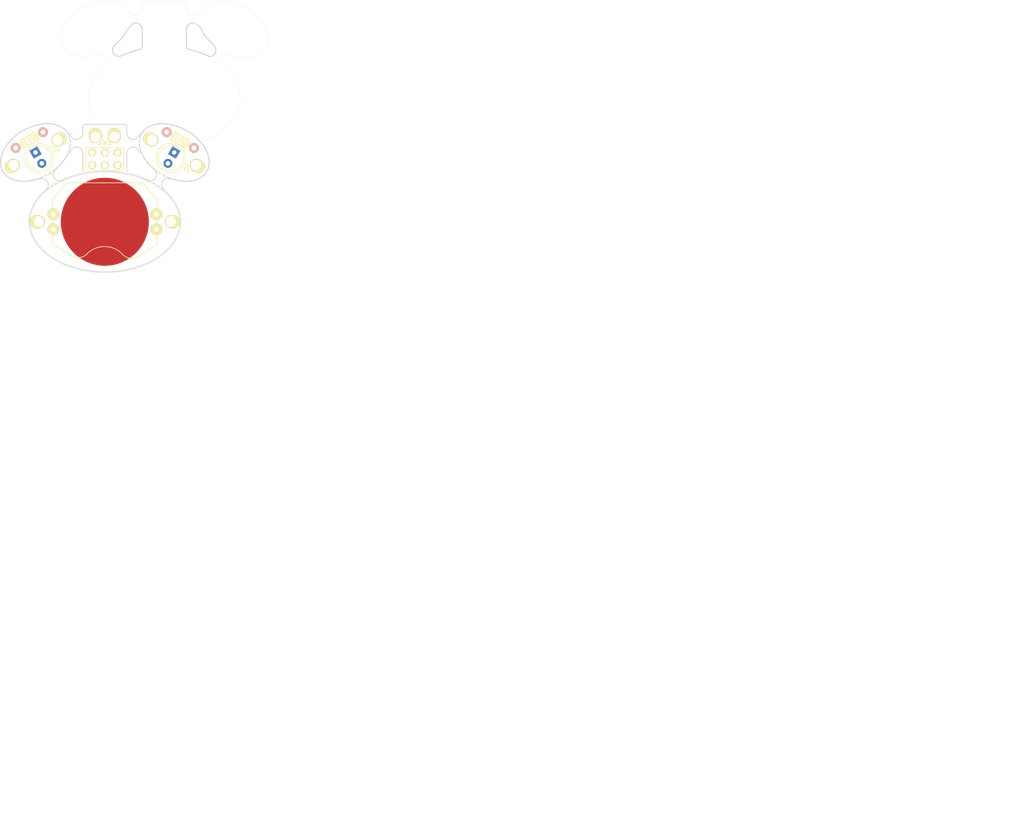
<source format=kicad_pcb>
(kicad_pcb (version 4) (host pcbnew 4.0.6)

  (general
    (links 18)
    (no_connects 18)
    (area -23.23559 -24.842674 185.420001 124.620001)
    (thickness 1.6)
    (drawings 13)
    (tracks 1)
    (zones 0)
    (modules 22)
    (nets 6)
  )

  (page A4)
  (layers
    (0 F.Cu signal)
    (31 B.Cu signal)
    (32 B.Adhes user)
    (33 F.Adhes user)
    (34 B.Paste user)
    (35 F.Paste user)
    (36 B.SilkS user)
    (37 F.SilkS user)
    (38 B.Mask user)
    (39 F.Mask user)
    (40 Dwgs.User user)
    (41 Cmts.User user)
    (42 Eco1.User user)
    (43 Eco2.User user hide)
    (44 Edge.Cuts user)
    (45 Margin user)
    (46 B.CrtYd user)
    (47 F.CrtYd user)
    (48 B.Fab user)
    (49 F.Fab user hide)
  )

  (setup
    (last_trace_width 0.25)
    (user_trace_width 0.254)
    (user_trace_width 0.3048)
    (user_trace_width 0.4064)
    (trace_clearance 0.2)
    (zone_clearance 0.508)
    (zone_45_only no)
    (trace_min 0.2)
    (segment_width 0.2)
    (edge_width 0.15)
    (via_size 0.6)
    (via_drill 0.4)
    (via_min_size 0.4)
    (via_min_drill 0.3)
    (uvia_size 0.3)
    (uvia_drill 0.1)
    (uvias_allowed no)
    (uvia_min_size 0.2)
    (uvia_min_drill 0.1)
    (pcb_text_width 0.3)
    (pcb_text_size 1.5 1.5)
    (mod_edge_width 0.15)
    (mod_text_size 1 1)
    (mod_text_width 0.15)
    (pad_size 1.524 1.524)
    (pad_drill 0.762)
    (pad_to_mask_clearance 0)
    (aux_axis_origin -2.54 3.81)
    (grid_origin 170.18 101.6)
    (visible_elements 7FFFFFFF)
    (pcbplotparams
      (layerselection 0x00030_80000001)
      (usegerberextensions false)
      (excludeedgelayer true)
      (linewidth 0.100000)
      (plotframeref false)
      (viasonmask false)
      (mode 1)
      (useauxorigin false)
      (hpglpennumber 1)
      (hpglpenspeed 20)
      (hpglpendiameter 15)
      (hpglpenoverlay 2)
      (psnegative false)
      (psa4output false)
      (plotreference true)
      (plotvalue true)
      (plotinvisibletext false)
      (padsonsilk false)
      (subtractmaskfromsilk false)
      (outputformat 1)
      (mirror false)
      (drillshape 1)
      (scaleselection 1)
      (outputdirectory ""))
  )

  (net 0 "")
  (net 1 "Net-(BT1-Pad1)")
  (net 2 "Net-(BT1-Pad2)")
  (net 3 "Net-(D1-Pad1)")
  (net 4 "Net-(D1-Pad2)")
  (net 5 "Net-(D2-Pad1)")

  (net_class Default "This is the default net class."
    (clearance 0.2)
    (trace_width 0.25)
    (via_dia 0.6)
    (via_drill 0.4)
    (uvia_dia 0.3)
    (uvia_drill 0.1)
    (add_net "Net-(BT1-Pad1)")
    (add_net "Net-(BT1-Pad2)")
    (add_net "Net-(D1-Pad1)")
    (add_net "Net-(D1-Pad2)")
    (add_net "Net-(D2-Pad1)")
  )

  (module svg2mod:elipse (layer F.Cu) (tedit 5AFDB133) (tstamp 5AFDBE6A)
    (at 14 -14 150)
    (descr "Imported from elipse.svg")
    (tags svg2mod)
    (attr smd)
    (fp_text reference svg2mod (at 0 -8.17886 150) (layer F.SilkS) hide
      (effects (font (thickness 0.3048)))
    )
    (fp_text value G*** (at 0 8.17886 150) (layer F.SilkS) hide
      (effects (font (thickness 0.3048)))
    )
    (fp_poly (pts (xy 0.000002 -5.13086) (xy 0.000002 -5.0293) (xy 0.775764 -5.003208) (xy 1.52908 -4.926642)
      (xy 2.256087 -4.802164) (xy 2.952923 -4.632336) (xy 3.615727 -4.419721) (xy 4.240637 -4.166882)
      (xy 4.823792 -3.876381) (xy 5.361331 -3.55078) (xy 6.000368 -3.066831) (xy 6.542553 -2.531759)
      (xy 6.979263 -1.95155) (xy 7.301874 -1.332195) (xy 7.501764 -0.679682) (xy 7.570311 0)
      (xy 7.501764 0.679681) (xy 7.301874 1.332193) (xy 6.979263 1.951546) (xy 6.542553 2.531754)
      (xy 6.000368 3.066828) (xy 5.361331 3.55078) (xy 4.823792 3.876381) (xy 4.240637 4.166882)
      (xy 3.615727 4.419721) (xy 2.952923 4.632336) (xy 2.256087 4.802164) (xy 1.52908 4.926642)
      (xy 0.775764 5.003208) (xy 0.000002 5.0293) (xy -0.775677 5.003208) (xy -1.528771 4.926642)
      (xy -2.255464 4.802164) (xy -2.951942 4.632336) (xy -3.614387 4.419721) (xy -4.238985 4.166882)
      (xy -4.821919 3.876381) (xy -5.359374 3.55078) (xy -5.998557 3.066827) (xy -6.541105 2.531752)
      (xy -6.978285 1.951543) (xy -7.301367 1.332188) (xy -7.501619 0.679678) (xy -7.570311 0)
      (xy -7.501619 -0.679682) (xy -7.301367 -1.332195) (xy -6.978285 -1.95155) (xy -6.541105 -2.531759)
      (xy -5.998557 -3.066831) (xy -5.359374 -3.55078) (xy -4.821919 -3.876381) (xy -4.238985 -4.166882)
      (xy -3.614387 -4.419721) (xy -2.951942 -4.632336) (xy -2.255464 -4.802164) (xy -1.528771 -4.926642)
      (xy -0.775677 -5.003208) (xy 0.000002 -5.0293) (xy 0.000002 -5.13086) (xy -0.782482 -5.104463)
      (xy -1.542474 -5.026982) (xy -2.276152 -4.900978) (xy -2.979692 -4.729014) (xy -3.649272 -4.513652)
      (xy -4.281067 -4.257456) (xy -4.871256 -3.962988) (xy -5.416014 -3.63281) (xy -6.065163 -3.141075)
      (xy -6.617567 -2.595737) (xy -7.063736 -2.002877) (xy -7.394178 -1.36858) (xy -7.599403 -0.698926)
      (xy -7.669921 0) (xy -7.599403 0.698926) (xy -7.394178 1.36858) (xy -7.063736 2.002877)
      (xy -6.617567 2.595737) (xy -6.065163 3.141075) (xy -5.416014 3.63281) (xy -4.871256 3.962988)
      (xy -4.281067 4.257456) (xy -3.649272 4.513652) (xy -2.979692 4.729014) (xy -2.276152 4.900978)
      (xy -1.542474 5.026982) (xy -0.782482 5.104463) (xy 0.000002 5.13086) (xy 0.782485 5.104463)
      (xy 1.542477 5.026982) (xy 2.276155 4.900978) (xy 2.979696 4.729014) (xy 3.649276 4.513652)
      (xy 4.281072 4.257456) (xy 4.871261 3.962988) (xy 5.416021 3.63281) (xy 6.065167 3.141075)
      (xy 6.617569 2.595737) (xy 7.063737 2.002877) (xy 7.394178 1.36858) (xy 7.599403 0.698926)
      (xy 7.669921 0) (xy 7.599403 -0.698926) (xy 7.394178 -1.36858) (xy 7.063737 -2.002877)
      (xy 6.617569 -2.595737) (xy 6.065167 -3.141075) (xy 5.416021 -3.63281) (xy 4.871261 -3.962988)
      (xy 4.281072 -4.257456) (xy 3.649276 -4.513652) (xy 2.979696 -4.729014) (xy 2.276155 -4.900978)
      (xy 1.542477 -5.026982) (xy 0.782485 -5.104463) (xy 0.000002 -5.13086)) (layer Edge.Cuts) (width 0))
  )

  (module myFootPrints:MOUSEBITEx3_edges (layer F.Cu) (tedit 5AFCC225) (tstamp 5AFCC7B5)
    (at 5.715 -15.875 90)
    (descr "module 1 pin (ou trou mecanique de percage)")
    (tags DEV)
    (fp_text reference B3 (at 0 0 90) (layer F.SilkS) hide
      (effects (font (size 0.127 0.127) (thickness 0.0254)))
    )
    (fp_text value 1pin (at 0 0 90) (layer F.Fab) hide
      (effects (font (size 0.127 0.127) (thickness 0.0254)))
    )
    (fp_arc (start 2.032 0) (end 0.762 0) (angle 90) (layer Edge.Cuts) (width 0.15))
    (fp_arc (start 2.032 0) (end 2.032 1.27) (angle 90) (layer Edge.Cuts) (width 0.15))
    (fp_arc (start -2.032 0) (end -0.762 0) (angle 90) (layer Edge.Cuts) (width 0.15))
    (fp_arc (start -2.032 0) (end -2.032 -1.27) (angle 90) (layer Edge.Cuts) (width 0.15))
    (pad "" np_thru_hole circle (at 1.016 1.143 90) (size 0.3302 0.3302) (drill 0.3302) (layers *.Cu *.Mask F.SilkS))
    (pad "" np_thru_hole circle (at 0 1.143 90) (size 0.3302 0.3302) (drill 0.3302) (layers *.Cu *.Mask F.SilkS))
    (pad "" np_thru_hole circle (at -1.016 1.143 90) (size 0.3302 0.3302) (drill 0.3302) (layers *.Cu *.Mask F.SilkS))
    (pad "" np_thru_hole circle (at -1.016 -1.143 90) (size 0.3302 0.3302) (drill 0.3302) (layers *.Cu *.Mask F.SilkS))
    (pad "" np_thru_hole circle (at 1.016 -1.143 90) (size 0.3302 0.3302) (drill 0.3302) (layers *.Cu *.Mask F.SilkS))
    (pad "" np_thru_hole circle (at 0 -1.143 90) (size 0.3302 0.3302) (drill 0.3302) (layers *.Cu *.Mask F.SilkS))
  )

  (module myFootPrints:MOUSEBITEx3_edges (layer F.Cu) (tedit 5AFCC225) (tstamp 5AFCC77C)
    (at -5.715 -15.875 90)
    (descr "module 1 pin (ou trou mecanique de percage)")
    (tags DEV)
    (fp_text reference B3 (at 0 0 90) (layer F.SilkS) hide
      (effects (font (size 0.127 0.127) (thickness 0.0254)))
    )
    (fp_text value 1pin (at 0 0 90) (layer F.Fab) hide
      (effects (font (size 0.127 0.127) (thickness 0.0254)))
    )
    (fp_arc (start 2.032 0) (end 0.762 0) (angle 90) (layer Edge.Cuts) (width 0.15))
    (fp_arc (start 2.032 0) (end 2.032 1.27) (angle 90) (layer Edge.Cuts) (width 0.15))
    (fp_arc (start -2.032 0) (end -0.762 0) (angle 90) (layer Edge.Cuts) (width 0.15))
    (fp_arc (start -2.032 0) (end -2.032 -1.27) (angle 90) (layer Edge.Cuts) (width 0.15))
    (pad "" np_thru_hole circle (at 1.016 1.143 90) (size 0.3302 0.3302) (drill 0.3302) (layers *.Cu *.Mask F.SilkS))
    (pad "" np_thru_hole circle (at 0 1.143 90) (size 0.3302 0.3302) (drill 0.3302) (layers *.Cu *.Mask F.SilkS))
    (pad "" np_thru_hole circle (at -1.016 1.143 90) (size 0.3302 0.3302) (drill 0.3302) (layers *.Cu *.Mask F.SilkS))
    (pad "" np_thru_hole circle (at -1.016 -1.143 90) (size 0.3302 0.3302) (drill 0.3302) (layers *.Cu *.Mask F.SilkS))
    (pad "" np_thru_hole circle (at 1.016 -1.143 90) (size 0.3302 0.3302) (drill 0.3302) (layers *.Cu *.Mask F.SilkS))
    (pad "" np_thru_hole circle (at 0 -1.143 90) (size 0.3302 0.3302) (drill 0.3302) (layers *.Cu *.Mask F.SilkS))
  )

  (module myFootPrints:BATT_CR2032 (layer F.Cu) (tedit 0) (tstamp 5AFCB311)
    (at 0 0)
    (tags battery)
    (path /5AF1FE3D)
    (fp_text reference BT1 (at 0 5.08) (layer F.SilkS) hide
      (effects (font (size 1.72974 1.08712) (thickness 0.27178)))
    )
    (fp_text value Battery_Cell (at 0 -2.54) (layer F.SilkS) hide
      (effects (font (size 1.524 1.016) (thickness 0.254)))
    )
    (fp_line (start -7.1755 6.5405) (end -10.541 4.572) (layer F.SilkS) (width 0.15))
    (fp_line (start 7.1755 6.6675) (end 10.541 4.572) (layer F.SilkS) (width 0.15))
    (fp_arc (start -5.4229 4.6355) (end -3.5179 6.4135) (angle 90) (layer F.SilkS) (width 0.15))
    (fp_arc (start 5.4102 4.7625) (end 7.1882 6.6675) (angle 90) (layer F.SilkS) (width 0.15))
    (fp_arc (start -0.0635 10.033) (end -3.556 6.4135) (angle 90) (layer F.SilkS) (width 0.15))
    (fp_line (start 7.62 -7.874) (end 10.541 -4.5085) (layer F.SilkS) (width 0.15))
    (fp_line (start -10.541 -4.572) (end -7.5565 -7.9375) (layer F.SilkS) (width 0.15))
    (fp_line (start -7.62 -7.874) (end 7.62 -7.874) (layer F.SilkS) (width 0.15))
    (fp_line (start -10.541 4.572) (end -10.541 -4.572) (layer F.SilkS) (width 0.15))
    (fp_line (start 10.541 4.572) (end 10.541 -4.572) (layer F.SilkS) (width 0.15))
    (fp_circle (center 0 0) (end -10.16 0) (layer Dwgs.User) (width 0.15))
    (pad 1 thru_hole circle (at -10.414 1.524) (size 2.286 2.286) (drill 1.016) (layers *.Cu *.Mask F.SilkS)
      (net 1 "Net-(BT1-Pad1)"))
    (pad 1 thru_hole circle (at 10.414 1.524) (size 2.286 2.286) (drill 1.016) (layers *.Cu *.Mask F.SilkS)
      (net 1 "Net-(BT1-Pad1)"))
    (pad 1 thru_hole circle (at -10.414 -1.524) (size 2.286 2.286) (drill 1.016) (layers *.Cu *.Mask F.SilkS)
      (net 1 "Net-(BT1-Pad1)"))
    (pad 1 thru_hole circle (at 10.414 -1.524) (size 2.286 2.286) (drill 1.016) (layers *.Cu *.Mask F.SilkS)
      (net 1 "Net-(BT1-Pad1)"))
    (pad 2 smd circle (at 0 0) (size 17.78 17.78) (layers F.Cu F.Paste F.Mask)
      (net 2 "Net-(BT1-Pad2)"))
  )

  (module myFootPrints:mySwitchDPDT (layer F.Cu) (tedit 561AD50E) (tstamp 5AFCB2A1)
    (at 0 -12.7 180)
    (descr "Switch Nikkai ref G1xJP")
    (tags "SWITCH DEV TOGGLE ILLUM SPDT")
    (path /5AFCB8BD)
    (fp_text reference SW1 (at 0 3.302 180) (layer F.SilkS)
      (effects (font (size 1 1) (thickness 0.15)))
    )
    (fp_text value SW_SPST (at 0.254 -3.302 180) (layer F.Fab)
      (effects (font (size 1 1) (thickness 0.15)))
    )
    (fp_line (start 3.81 -2.286) (end 3.81 2.286) (layer F.SilkS) (width 0.15))
    (fp_line (start -3.81 -2.286) (end -3.81 2.286) (layer F.SilkS) (width 0.15))
    (fp_line (start -3.81 -2.286) (end 3.81 -2.286) (layer F.SilkS) (width 0.15))
    (fp_line (start 3.81 2.286) (end -3.81 2.286) (layer F.SilkS) (width 0.15))
    (pad 1 thru_hole circle (at -2.54 1.27 180) (size 1.524 1.524) (drill 0.9652) (layers *.Cu *.Mask F.SilkS)
      (net 4 "Net-(D1-Pad2)"))
    (pad 2 thru_hole circle (at 0 1.27 180) (size 1.524 1.524) (drill 0.9652) (layers *.Cu *.Mask F.SilkS)
      (net 1 "Net-(BT1-Pad1)"))
    (pad 3 thru_hole circle (at 2.54 1.27 180) (size 1.524 1.524) (drill 0.9652) (layers *.Cu *.Mask F.SilkS))
    (pad 4 thru_hole circle (at 2.54 -1.27 180) (size 1.524 1.524) (drill 0.9652) (layers *.Cu *.Mask F.SilkS))
    (pad 5 thru_hole circle (at 0 -1.27 180) (size 1.524 1.524) (drill 0.9652) (layers *.Cu *.Mask F.SilkS))
    (pad 6 thru_hole circle (at -2.54 -1.27 180) (size 1.524 1.524) (drill 0.9652) (layers *.Cu *.Mask F.SilkS))
    (model Buttons_Switches_ThroughHole.3dshapes/SW_NKK_G1xJP.wrl
      (at (xyz 0 0 0))
      (scale (xyz 0.33 0.33 0.33))
      (rotate (xyz 0 0 0))
    )
  )

  (module myFootPrints:Resistor_Horz (layer F.Cu) (tedit 5664956A) (tstamp 5AFCB317)
    (at 15.24 -16.51 150)
    (descr "Resistor, Axial,  RM 10mm, 1/3W,")
    (tags "Resistor, Axial, RM 10mm, 1/3W,")
    (path /5AF1FDC4)
    (fp_text reference R1 (at 0 -1.905 150) (layer F.Fab)
      (effects (font (size 1 1) (thickness 0.15)))
    )
    (fp_text value 100 (at 0 0 150) (layer F.SilkS)
      (effects (font (size 1 1) (thickness 0.15)))
    )
    (fp_line (start -1.651 0) (end -2.413 0) (layer F.SilkS) (width 0.254))
    (fp_line (start 1.651 0) (end 2.413 0) (layer F.SilkS) (width 0.254))
    (fp_line (start 1.651 0.889) (end 1.651 0.635) (layer F.SilkS) (width 0.254))
    (fp_line (start 1.651 0.889) (end -1.651 0.889) (layer F.SilkS) (width 0.254))
    (fp_line (start -1.651 0.889) (end -1.651 -0.889) (layer F.SilkS) (width 0.254))
    (fp_line (start -1.651 -0.889) (end 1.651 -0.889) (layer F.SilkS) (width 0.254))
    (fp_line (start 1.651 -0.889) (end 1.651 0.635) (layer F.SilkS) (width 0.254))
    (pad 1 thru_hole circle (at -3.175 0 150) (size 1.99898 1.99898) (drill 1.00076) (layers *.Cu *.SilkS *.Mask)
      (net 3 "Net-(D1-Pad1)"))
    (pad 2 thru_hole circle (at 3.175 0 150) (size 1.99898 1.99898) (drill 1.00076) (layers *.Cu *.SilkS *.Mask)
      (net 2 "Net-(BT1-Pad2)"))
    (model Resistors_ThroughHole.3dshapes/Resistor_Horizontal_RM10mm.wrl
      (at (xyz 0 0 0))
      (scale (xyz 0.4 0.4 0.4))
      (rotate (xyz 0 0 0))
    )
  )

  (module myFootPrints:Resistor_Horz (layer F.Cu) (tedit 5664956A) (tstamp 5AFCB31D)
    (at -15.24 -16.51 30)
    (descr "Resistor, Axial,  RM 10mm, 1/3W,")
    (tags "Resistor, Axial, RM 10mm, 1/3W,")
    (path /5AF32AE8)
    (fp_text reference R2 (at 0 -1.905 30) (layer F.Fab)
      (effects (font (size 1 1) (thickness 0.15)))
    )
    (fp_text value 100 (at 0 0 30) (layer F.SilkS)
      (effects (font (size 1 1) (thickness 0.15)))
    )
    (fp_line (start -1.651 0) (end -2.413 0) (layer F.SilkS) (width 0.254))
    (fp_line (start 1.651 0) (end 2.413 0) (layer F.SilkS) (width 0.254))
    (fp_line (start 1.651 0.889) (end 1.651 0.635) (layer F.SilkS) (width 0.254))
    (fp_line (start 1.651 0.889) (end -1.651 0.889) (layer F.SilkS) (width 0.254))
    (fp_line (start -1.651 0.889) (end -1.651 -0.889) (layer F.SilkS) (width 0.254))
    (fp_line (start -1.651 -0.889) (end 1.651 -0.889) (layer F.SilkS) (width 0.254))
    (fp_line (start 1.651 -0.889) (end 1.651 0.635) (layer F.SilkS) (width 0.254))
    (pad 1 thru_hole circle (at -3.175 0 30) (size 1.99898 1.99898) (drill 1.00076) (layers *.Cu *.SilkS *.Mask)
      (net 5 "Net-(D2-Pad1)"))
    (pad 2 thru_hole circle (at 3.175 0 30) (size 1.99898 1.99898) (drill 1.00076) (layers *.Cu *.SilkS *.Mask)
      (net 2 "Net-(BT1-Pad2)"))
    (model Resistors_ThroughHole.3dshapes/Resistor_Horizontal_RM10mm.wrl
      (at (xyz 0 0 0))
      (scale (xyz 0.4 0.4 0.4))
      (rotate (xyz 0 0 0))
    )
  )

  (module LEDs:LED_D5.0mm (layer F.Cu) (tedit 5995936A) (tstamp 5AFCB297)
    (at -14 -14 300)
    (descr "LED, diameter 5.0mm, 2 pins, http://cdn-reichelt.de/documents/datenblatt/A500/LL-504BC2E-009.pdf")
    (tags "LED diameter 5.0mm 2 pins")
    (path /5AFCB828)
    (fp_text reference D2 (at 1.27 -3.96 300) (layer F.SilkS)
      (effects (font (size 1 1) (thickness 0.15)))
    )
    (fp_text value LED (at 1.27 3.96 300) (layer F.Fab)
      (effects (font (size 1 1) (thickness 0.15)))
    )
    (fp_arc (start 1.27 0) (end -1.23 -1.469694) (angle 299.1) (layer F.Fab) (width 0.1))
    (fp_arc (start 1.27 0) (end -1.29 -1.54483) (angle 148.9) (layer F.SilkS) (width 0.12))
    (fp_arc (start 1.27 0) (end -1.29 1.54483) (angle -148.9) (layer F.SilkS) (width 0.12))
    (fp_circle (center 1.27 0) (end 3.77 0) (layer F.Fab) (width 0.1))
    (fp_circle (center 1.27 0) (end 3.77 0) (layer F.SilkS) (width 0.12))
    (fp_line (start -1.23 -1.469694) (end -1.23 1.469694) (layer F.Fab) (width 0.1))
    (fp_line (start -1.29 -1.545) (end -1.29 1.545) (layer F.SilkS) (width 0.12))
    (fp_line (start -1.95 -3.25) (end -1.95 3.25) (layer F.CrtYd) (width 0.05))
    (fp_line (start -1.95 3.25) (end 4.5 3.25) (layer F.CrtYd) (width 0.05))
    (fp_line (start 4.5 3.25) (end 4.5 -3.25) (layer F.CrtYd) (width 0.05))
    (fp_line (start 4.5 -3.25) (end -1.95 -3.25) (layer F.CrtYd) (width 0.05))
    (fp_text user %R (at 1.25 0 300) (layer F.Fab)
      (effects (font (size 0.8 0.8) (thickness 0.2)))
    )
    (pad 1 thru_hole rect (at 0 0 300) (size 1.8 1.8) (drill 0.9) (layers *.Cu *.Mask)
      (net 5 "Net-(D2-Pad1)"))
    (pad 2 thru_hole circle (at 2.54 0 300) (size 1.8 1.8) (drill 0.9) (layers *.Cu *.Mask)
      (net 4 "Net-(D1-Pad2)"))
    (model ${KISYS3DMOD}/LEDs.3dshapes/LED_D5.0mm.wrl
      (at (xyz 0 0 0))
      (scale (xyz 0.393701 0.393701 0.393701))
      (rotate (xyz 0 0 0))
    )
  )

  (module LEDs:LED_D5.0mm (layer F.Cu) (tedit 5995936A) (tstamp 5AFCB2CD)
    (at 14 -14 240)
    (descr "LED, diameter 5.0mm, 2 pins, http://cdn-reichelt.de/documents/datenblatt/A500/LL-504BC2E-009.pdf")
    (tags "LED diameter 5.0mm 2 pins")
    (path /5AF1FD1F)
    (fp_text reference D1 (at 1.27 -3.96 240) (layer F.SilkS)
      (effects (font (size 1 1) (thickness 0.15)))
    )
    (fp_text value LED (at 1.27 3.96 240) (layer F.Fab)
      (effects (font (size 1 1) (thickness 0.15)))
    )
    (fp_arc (start 1.27 0) (end -1.23 -1.469694) (angle 299.1) (layer F.Fab) (width 0.1))
    (fp_arc (start 1.27 0) (end -1.29 -1.54483) (angle 148.9) (layer F.SilkS) (width 0.12))
    (fp_arc (start 1.27 0) (end -1.29 1.54483) (angle -148.9) (layer F.SilkS) (width 0.12))
    (fp_circle (center 1.27 0) (end 3.77 0) (layer F.Fab) (width 0.1))
    (fp_circle (center 1.27 0) (end 3.77 0) (layer F.SilkS) (width 0.12))
    (fp_line (start -1.23 -1.469694) (end -1.23 1.469694) (layer F.Fab) (width 0.1))
    (fp_line (start -1.29 -1.545) (end -1.29 1.545) (layer F.SilkS) (width 0.12))
    (fp_line (start -1.95 -3.25) (end -1.95 3.25) (layer F.CrtYd) (width 0.05))
    (fp_line (start -1.95 3.25) (end 4.5 3.25) (layer F.CrtYd) (width 0.05))
    (fp_line (start 4.5 3.25) (end 4.5 -3.25) (layer F.CrtYd) (width 0.05))
    (fp_line (start 4.5 -3.25) (end -1.95 -3.25) (layer F.CrtYd) (width 0.05))
    (fp_text user %R (at 1.25 0 240) (layer F.Fab)
      (effects (font (size 0.8 0.8) (thickness 0.2)))
    )
    (pad 1 thru_hole rect (at 0 0 240) (size 1.8 1.8) (drill 0.9) (layers *.Cu *.Mask)
      (net 3 "Net-(D1-Pad1)"))
    (pad 2 thru_hole circle (at 2.54 0 240) (size 1.8 1.8) (drill 0.9) (layers *.Cu *.Mask)
      (net 4 "Net-(D1-Pad2)"))
    (model ${KISYS3DMOD}/LEDs.3dshapes/LED_D5.0mm.wrl
      (at (xyz 0 0 0))
      (scale (xyz 0.393701 0.393701 0.393701))
      (rotate (xyz 0 0 0))
    )
  )

  (module myFootPrints:MOUSEBITEx3_edges (layer F.Cu) (tedit 5AFCC225) (tstamp 5AFCC5A2)
    (at -10.922 -8.509 30)
    (descr "module 1 pin (ou trou mecanique de percage)")
    (tags DEV)
    (fp_text reference B3 (at 0 0 30) (layer F.SilkS) hide
      (effects (font (size 0.127 0.127) (thickness 0.0254)))
    )
    (fp_text value 1pin (at 0 0 30) (layer F.Fab) hide
      (effects (font (size 0.127 0.127) (thickness 0.0254)))
    )
    (fp_arc (start 2.032 0) (end 0.762 0) (angle 90) (layer Edge.Cuts) (width 0.15))
    (fp_arc (start 2.032 0) (end 2.032 1.27) (angle 90) (layer Edge.Cuts) (width 0.15))
    (fp_arc (start -2.032 0) (end -0.762 0) (angle 90) (layer Edge.Cuts) (width 0.15))
    (fp_arc (start -2.032 0) (end -2.032 -1.27) (angle 90) (layer Edge.Cuts) (width 0.15))
    (pad "" np_thru_hole circle (at 1.016 1.143 30) (size 0.3302 0.3302) (drill 0.3302) (layers *.Cu *.Mask F.SilkS))
    (pad "" np_thru_hole circle (at 0 1.143 30) (size 0.3302 0.3302) (drill 0.3302) (layers *.Cu *.Mask F.SilkS))
    (pad "" np_thru_hole circle (at -1.016 1.143 30) (size 0.3302 0.3302) (drill 0.3302) (layers *.Cu *.Mask F.SilkS))
    (pad "" np_thru_hole circle (at -1.016 -1.143 30) (size 0.3302 0.3302) (drill 0.3302) (layers *.Cu *.Mask F.SilkS))
    (pad "" np_thru_hole circle (at 1.016 -1.143 30) (size 0.3302 0.3302) (drill 0.3302) (layers *.Cu *.Mask F.SilkS))
    (pad "" np_thru_hole circle (at 0 -1.143 30) (size 0.3302 0.3302) (drill 0.3302) (layers *.Cu *.Mask F.SilkS))
  )

  (module myFootPrints:MOUSEBITEx3_edges (layer F.Cu) (tedit 5AFCC225) (tstamp 5AFCC5CF)
    (at 10.922 -8.509 150)
    (descr "module 1 pin (ou trou mecanique de percage)")
    (tags DEV)
    (fp_text reference B3 (at 0 0 150) (layer F.SilkS) hide
      (effects (font (size 0.127 0.127) (thickness 0.0254)))
    )
    (fp_text value 1pin (at 0 0 150) (layer F.Fab) hide
      (effects (font (size 0.127 0.127) (thickness 0.0254)))
    )
    (fp_arc (start 2.032 0) (end 0.762 0) (angle 90) (layer Edge.Cuts) (width 0.15))
    (fp_arc (start 2.032 0) (end 2.032 1.27) (angle 90) (layer Edge.Cuts) (width 0.15))
    (fp_arc (start -2.032 0) (end -0.762 0) (angle 90) (layer Edge.Cuts) (width 0.15))
    (fp_arc (start -2.032 0) (end -2.032 -1.27) (angle 90) (layer Edge.Cuts) (width 0.15))
    (pad "" np_thru_hole circle (at 1.016 1.143 150) (size 0.3302 0.3302) (drill 0.3302) (layers *.Cu *.Mask F.SilkS))
    (pad "" np_thru_hole circle (at 0 1.143 150) (size 0.3302 0.3302) (drill 0.3302) (layers *.Cu *.Mask F.SilkS))
    (pad "" np_thru_hole circle (at -1.016 1.143 150) (size 0.3302 0.3302) (drill 0.3302) (layers *.Cu *.Mask F.SilkS))
    (pad "" np_thru_hole circle (at -1.016 -1.143 150) (size 0.3302 0.3302) (drill 0.3302) (layers *.Cu *.Mask F.SilkS))
    (pad "" np_thru_hole circle (at 1.016 -1.143 150) (size 0.3302 0.3302) (drill 0.3302) (layers *.Cu *.Mask F.SilkS))
    (pad "" np_thru_hole circle (at 0 -1.143 150) (size 0.3302 0.3302) (drill 0.3302) (layers *.Cu *.Mask F.SilkS))
  )

  (module myFootPrints:SEWPAD (layer F.Cu) (tedit 561AD6CC) (tstamp 5AFCD362)
    (at -9.525 -16.51 300)
    (descr "Through hole pin header")
    (tags "pin header")
    (path /5AFCC68B)
    (fp_text reference J1 (at -1.077631 -4.130918 300) (layer F.SilkS) hide
      (effects (font (size 1 1) (thickness 0.15)))
    )
    (fp_text value CONN_01X01 (at 0 -0.254 300) (layer F.Fab) hide
      (effects (font (size 0.254 0.254) (thickness 0.0254)))
    )
    (pad 1 thru_hole oval (at 0 0 300) (size 2.54 3.048) (drill 2.032 (offset 0 -0.3048)) (layers *.Cu *.Mask F.SilkS)
      (net 2 "Net-(BT1-Pad2)"))
    (model Pin_Headers.3dshapes/Pin_Header_Straight_1x01.wrl
      (at (xyz 0 0 0))
      (scale (xyz 1 1 1))
      (rotate (xyz 0 0 90))
    )
  )

  (module myFootPrints:SEWPAD (layer F.Cu) (tedit 561AD6CC) (tstamp 5AFCD367)
    (at 9.525 -16.51 60)
    (descr "Through hole pin header")
    (tags "pin header")
    (path /5AFCC63C)
    (fp_text reference J2 (at -1.077631 -4.130918 60) (layer F.SilkS) hide
      (effects (font (size 1 1) (thickness 0.15)))
    )
    (fp_text value CONN_01X01 (at 0 -0.254 60) (layer F.Fab) hide
      (effects (font (size 0.254 0.254) (thickness 0.0254)))
    )
    (pad 1 thru_hole oval (at 0 0 60) (size 2.54 3.048) (drill 2.032 (offset 0 -0.3048)) (layers *.Cu *.Mask F.SilkS)
      (net 2 "Net-(BT1-Pad2)"))
    (model Pin_Headers.3dshapes/Pin_Header_Straight_1x01.wrl
      (at (xyz 0 0 0))
      (scale (xyz 1 1 1))
      (rotate (xyz 0 0 90))
    )
  )

  (module myFootPrints:SEWPAD (layer F.Cu) (tedit 561AD6CC) (tstamp 5AFCD36C)
    (at -13.335 0 90)
    (descr "Through hole pin header")
    (tags "pin header")
    (path /5AFCC3E0)
    (fp_text reference J3 (at -1.077631 -4.130918 90) (layer F.SilkS) hide
      (effects (font (size 1 1) (thickness 0.15)))
    )
    (fp_text value CONN_01X01 (at 0 -0.254 90) (layer F.Fab) hide
      (effects (font (size 0.254 0.254) (thickness 0.0254)))
    )
    (pad 1 thru_hole oval (at 0 0 90) (size 2.54 3.048) (drill 2.032 (offset 0 -0.3048)) (layers *.Cu *.Mask F.SilkS)
      (net 2 "Net-(BT1-Pad2)"))
    (model Pin_Headers.3dshapes/Pin_Header_Straight_1x01.wrl
      (at (xyz 0 0 0))
      (scale (xyz 1 1 1))
      (rotate (xyz 0 0 90))
    )
  )

  (module myFootPrints:SEWPAD (layer F.Cu) (tedit 561AD6CC) (tstamp 5AFCD371)
    (at -18.415 -11.43 120)
    (descr "Through hole pin header")
    (tags "pin header")
    (path /5AFCC5FA)
    (fp_text reference J4 (at -1.077631 -4.130918 120) (layer F.SilkS) hide
      (effects (font (size 1 1) (thickness 0.15)))
    )
    (fp_text value CONN_01X01 (at 0 -0.254 120) (layer F.Fab) hide
      (effects (font (size 0.254 0.254) (thickness 0.0254)))
    )
    (pad 1 thru_hole oval (at 0 0 120) (size 2.54 3.048) (drill 2.032 (offset 0 -0.3048)) (layers *.Cu *.Mask F.SilkS)
      (net 4 "Net-(D1-Pad2)"))
    (model Pin_Headers.3dshapes/Pin_Header_Straight_1x01.wrl
      (at (xyz 0 0 0))
      (scale (xyz 1 1 1))
      (rotate (xyz 0 0 90))
    )
  )

  (module myFootPrints:SEWPAD (layer F.Cu) (tedit 561AD6CC) (tstamp 5AFCD376)
    (at 18.415 -11.43 240)
    (descr "Through hole pin header")
    (tags "pin header")
    (path /5AFCC58E)
    (fp_text reference J5 (at -1.077631 -4.130918 240) (layer F.SilkS) hide
      (effects (font (size 1 1) (thickness 0.15)))
    )
    (fp_text value CONN_01X01 (at 0 -0.254 240) (layer F.Fab) hide
      (effects (font (size 0.254 0.254) (thickness 0.0254)))
    )
    (pad 1 thru_hole oval (at 0 0 240) (size 2.54 3.048) (drill 2.032 (offset 0 -0.3048)) (layers *.Cu *.Mask F.SilkS)
      (net 4 "Net-(D1-Pad2)"))
    (model Pin_Headers.3dshapes/Pin_Header_Straight_1x01.wrl
      (at (xyz 0 0 0))
      (scale (xyz 1 1 1))
      (rotate (xyz 0 0 90))
    )
  )

  (module myFootPrints:SEWPAD (layer F.Cu) (tedit 561AD6CC) (tstamp 5AFCD37B)
    (at 13.335 0 270)
    (descr "Through hole pin header")
    (tags "pin header")
    (path /5AFCC447)
    (fp_text reference J6 (at -1.077631 -4.130918 270) (layer F.SilkS) hide
      (effects (font (size 1 1) (thickness 0.15)))
    )
    (fp_text value CONN_01X01 (at 0 -0.254 270) (layer F.Fab) hide
      (effects (font (size 0.254 0.254) (thickness 0.0254)))
    )
    (pad 1 thru_hole oval (at 0 0 270) (size 2.54 3.048) (drill 2.032 (offset 0 -0.3048)) (layers *.Cu *.Mask F.SilkS)
      (net 1 "Net-(BT1-Pad1)"))
    (model Pin_Headers.3dshapes/Pin_Header_Straight_1x01.wrl
      (at (xyz 0 0 0))
      (scale (xyz 1 1 1))
      (rotate (xyz 0 0 90))
    )
  )

  (module myFootPrints:SEWPAD (layer F.Cu) (tedit 561AD6CC) (tstamp 5AFCD380)
    (at 1.905 -17.145)
    (descr "Through hole pin header")
    (tags "pin header")
    (path /5AFCC4EA)
    (fp_text reference J7 (at -1.077631 -4.130918) (layer F.SilkS) hide
      (effects (font (size 1 1) (thickness 0.15)))
    )
    (fp_text value CONN_01X01 (at 0 -0.254) (layer F.Fab) hide
      (effects (font (size 0.254 0.254) (thickness 0.0254)))
    )
    (pad 1 thru_hole oval (at 0 0) (size 2.54 3.048) (drill 2.032 (offset 0 -0.3048)) (layers *.Cu *.Mask F.SilkS)
      (net 4 "Net-(D1-Pad2)"))
    (model Pin_Headers.3dshapes/Pin_Header_Straight_1x01.wrl
      (at (xyz 0 0 0))
      (scale (xyz 1 1 1))
      (rotate (xyz 0 0 90))
    )
  )

  (module myFootPrints:SEWPAD (layer F.Cu) (tedit 561AD6CC) (tstamp 5AFCD385)
    (at -1.905 -17.145)
    (descr "Through hole pin header")
    (tags "pin header")
    (path /5AFCC481)
    (fp_text reference J8 (at -1.077631 -4.130918) (layer F.SilkS) hide
      (effects (font (size 1 1) (thickness 0.15)))
    )
    (fp_text value CONN_01X01 (at 0 -0.254) (layer F.Fab) hide
      (effects (font (size 0.254 0.254) (thickness 0.0254)))
    )
    (pad 1 thru_hole oval (at 0 0) (size 2.54 3.048) (drill 2.032 (offset 0 -0.3048)) (layers *.Cu *.Mask F.SilkS)
      (net 2 "Net-(BT1-Pad2)"))
    (model Pin_Headers.3dshapes/Pin_Header_Straight_1x01.wrl
      (at (xyz 0 0 0))
      (scale (xyz 1 1 1))
      (rotate (xyz 0 0 90))
    )
  )

  (module svg2mod:elipse (layer F.Cu) (tedit 5AFDB133) (tstamp 5AFDBE58)
    (at 0 0)
    (descr "Imported from elipse.svg")
    (tags svg2mod)
    (attr smd)
    (fp_text reference svg2mod (at 0 -13.30972) (layer F.SilkS) hide
      (effects (font (thickness 0.3048)))
    )
    (fp_text value G*** (at 0 13.30972) (layer F.SilkS) hide
      (effects (font (thickness 0.3048)))
    )
    (fp_poly (pts (xy 0.000003 -10.26172) (xy 0.000003 -10.0586) (xy 1.551529 -10.006417) (xy 3.05816 -9.853285)
      (xy 4.512173 -9.604328) (xy 5.905846 -9.264673) (xy 7.231454 -8.839443) (xy 8.481275 -8.333764)
      (xy 9.647585 -7.752761) (xy 10.722661 -7.10156) (xy 12.000737 -6.133663) (xy 13.085107 -5.063517)
      (xy 13.958526 -3.9031) (xy 14.603748 -2.66439) (xy 15.003529 -1.359364) (xy 15.140621 0)
      (xy 15.003529 1.359362) (xy 14.603748 2.664385) (xy 13.958526 3.903093) (xy 13.085107 5.063508)
      (xy 12.000737 6.133656) (xy 10.722661 7.10156) (xy 9.647585 7.752761) (xy 8.481275 8.333764)
      (xy 7.231454 8.839443) (xy 5.905846 9.264673) (xy 4.512173 9.604328) (xy 3.05816 9.853285)
      (xy 1.551529 10.006417) (xy 0.000003 10.0586) (xy -1.551354 10.006417) (xy -3.057542 9.853285)
      (xy -4.510929 9.604328) (xy -5.903883 9.264673) (xy -7.228774 8.839443) (xy -8.477969 8.333764)
      (xy -9.643837 7.752761) (xy -10.718747 7.10156) (xy -11.997114 6.133655) (xy -13.082209 5.063504)
      (xy -13.956571 3.903085) (xy -14.602735 2.664376) (xy -15.003239 1.359355) (xy -15.140621 0)
      (xy -15.003239 -1.359364) (xy -14.602735 -2.66439) (xy -13.956571 -3.9031) (xy -13.082209 -5.063517)
      (xy -11.997114 -6.133663) (xy -10.718747 -7.10156) (xy -9.643837 -7.752761) (xy -8.477969 -8.333764)
      (xy -7.228774 -8.839443) (xy -5.903883 -9.264673) (xy -4.510929 -9.604328) (xy -3.057542 -9.853285)
      (xy -1.551354 -10.006417) (xy 0.000003 -10.0586) (xy 0.000003 -10.26172) (xy -1.564964 -10.208927)
      (xy -3.084948 -10.053963) (xy -4.552304 -9.801955) (xy -5.959385 -9.458028) (xy -7.298544 -9.027305)
      (xy -8.562135 -8.514913) (xy -9.742511 -7.925976) (xy -10.832027 -7.26562) (xy -12.130325 -6.282151)
      (xy -13.235134 -5.191474) (xy -14.127471 -4.005755) (xy -14.788356 -2.737159) (xy -15.198806 -1.397852)
      (xy -15.339841 0) (xy -15.198806 1.397852) (xy -14.788356 2.737159) (xy -14.127471 4.005755)
      (xy -13.235134 5.191474) (xy -12.130325 6.282151) (xy -10.832027 7.26562) (xy -9.742511 7.925976)
      (xy -8.562135 8.514913) (xy -7.298544 9.027305) (xy -5.959385 9.458028) (xy -4.552304 9.801955)
      (xy -3.084948 10.053963) (xy -1.564964 10.208927) (xy 0.000003 10.26172) (xy 1.56497 10.208927)
      (xy 3.084955 10.053963) (xy 4.552311 9.801955) (xy 5.959392 9.458028) (xy 7.298551 9.027305)
      (xy 8.562144 8.514913) (xy 9.742522 7.925976) (xy 10.832041 7.26562) (xy 12.130334 6.282151)
      (xy 13.235139 5.191474) (xy 14.127474 4.005755) (xy 14.788357 2.737159) (xy 15.198806 1.397852)
      (xy 15.339841 0) (xy 15.198806 -1.397852) (xy 14.788357 -2.737159) (xy 14.127474 -4.005755)
      (xy 13.235139 -5.191474) (xy 12.130334 -6.282151) (xy 10.832041 -7.26562) (xy 9.742522 -7.925976)
      (xy 8.562144 -8.514913) (xy 7.298551 -9.027305) (xy 5.959392 -9.458028) (xy 4.552311 -9.801955)
      (xy 3.084955 -10.053963) (xy 1.56497 -10.208927) (xy 0.000003 -10.26172)) (layer Edge.Cuts) (width 0))
  )

  (module svg2mod:elipse (layer F.Cu) (tedit 5AFDB133) (tstamp 5AFDBFF8)
    (at -14 -14 30)
    (descr "Imported from elipse.svg")
    (tags svg2mod)
    (attr smd)
    (fp_text reference svg2mod (at 0 -8.17886 30) (layer F.SilkS) hide
      (effects (font (thickness 0.3048)))
    )
    (fp_text value G*** (at 0 8.17886 30) (layer F.SilkS) hide
      (effects (font (thickness 0.3048)))
    )
    (fp_poly (pts (xy 0.000002 -5.13086) (xy 0.000002 -5.0293) (xy 0.775764 -5.003208) (xy 1.52908 -4.926642)
      (xy 2.256087 -4.802164) (xy 2.952923 -4.632336) (xy 3.615727 -4.419721) (xy 4.240637 -4.166882)
      (xy 4.823792 -3.876381) (xy 5.361331 -3.55078) (xy 6.000368 -3.066831) (xy 6.542553 -2.531759)
      (xy 6.979263 -1.95155) (xy 7.301874 -1.332195) (xy 7.501764 -0.679682) (xy 7.570311 0)
      (xy 7.501764 0.679681) (xy 7.301874 1.332193) (xy 6.979263 1.951546) (xy 6.542553 2.531754)
      (xy 6.000368 3.066828) (xy 5.361331 3.55078) (xy 4.823792 3.876381) (xy 4.240637 4.166882)
      (xy 3.615727 4.419721) (xy 2.952923 4.632336) (xy 2.256087 4.802164) (xy 1.52908 4.926642)
      (xy 0.775764 5.003208) (xy 0.000002 5.0293) (xy -0.775677 5.003208) (xy -1.528771 4.926642)
      (xy -2.255464 4.802164) (xy -2.951942 4.632336) (xy -3.614387 4.419721) (xy -4.238985 4.166882)
      (xy -4.821919 3.876381) (xy -5.359374 3.55078) (xy -5.998557 3.066827) (xy -6.541105 2.531752)
      (xy -6.978285 1.951543) (xy -7.301367 1.332188) (xy -7.501619 0.679678) (xy -7.570311 0)
      (xy -7.501619 -0.679682) (xy -7.301367 -1.332195) (xy -6.978285 -1.95155) (xy -6.541105 -2.531759)
      (xy -5.998557 -3.066831) (xy -5.359374 -3.55078) (xy -4.821919 -3.876381) (xy -4.238985 -4.166882)
      (xy -3.614387 -4.419721) (xy -2.951942 -4.632336) (xy -2.255464 -4.802164) (xy -1.528771 -4.926642)
      (xy -0.775677 -5.003208) (xy 0.000002 -5.0293) (xy 0.000002 -5.13086) (xy -0.782482 -5.104463)
      (xy -1.542474 -5.026982) (xy -2.276152 -4.900978) (xy -2.979692 -4.729014) (xy -3.649272 -4.513652)
      (xy -4.281067 -4.257456) (xy -4.871256 -3.962988) (xy -5.416014 -3.63281) (xy -6.065163 -3.141075)
      (xy -6.617567 -2.595737) (xy -7.063736 -2.002877) (xy -7.394178 -1.36858) (xy -7.599403 -0.698926)
      (xy -7.669921 0) (xy -7.599403 0.698926) (xy -7.394178 1.36858) (xy -7.063736 2.002877)
      (xy -6.617567 2.595737) (xy -6.065163 3.141075) (xy -5.416014 3.63281) (xy -4.871256 3.962988)
      (xy -4.281067 4.257456) (xy -3.649272 4.513652) (xy -2.979692 4.729014) (xy -2.276152 4.900978)
      (xy -1.542474 5.026982) (xy -0.782482 5.104463) (xy 0.000002 5.13086) (xy 0.782485 5.104463)
      (xy 1.542477 5.026982) (xy 2.276155 4.900978) (xy 2.979696 4.729014) (xy 3.649276 4.513652)
      (xy 4.281072 4.257456) (xy 4.871261 3.962988) (xy 5.416021 3.63281) (xy 6.065167 3.141075)
      (xy 6.617569 2.595737) (xy 7.063737 2.002877) (xy 7.394178 1.36858) (xy 7.599403 0.698926)
      (xy 7.669921 0) (xy 7.599403 -0.698926) (xy 7.394178 -1.36858) (xy 7.063737 -2.002877)
      (xy 6.617569 -2.595737) (xy 6.065167 -3.141075) (xy 5.416021 -3.63281) (xy 4.871261 -3.962988)
      (xy 4.281072 -4.257456) (xy 3.649276 -4.513652) (xy 2.979696 -4.729014) (xy 2.276155 -4.900978)
      (xy 1.542477 -5.026982) (xy 0.782485 -5.104463) (xy 0.000002 -5.13086)) (layer Edge.Cuts) (width 0))
  )

  (module svg2mod:edge_cuts2 (layer F.Cu) (tedit 5AFDD183) (tstamp 5AFE0C47)
    (at 12.065 -29.845)
    (descr "Imported from edge_cuts2.svg")
    (tags svg2mod)
    (attr smd)
    (fp_text reference svg2mod (at 0 -18.086456) (layer F.SilkS) hide
      (effects (font (thickness 0.3048)))
    )
    (fp_text value G*** (at 0 18.086456) (layer F.SilkS) hide
      (effects (font (thickness 0.3048)))
    )
    (fp_poly (pts (xy -5.779385 -10.384721) (xy -6.231296 -10.194481) (xy -5.764418 -10.287342) (xy -5.77815 -10.258281)
      (xy -5.181351 -10.102829) (xy -4.7477 -9.691957) (xy -4.560324 -9.108887) (xy -4.560324 -5.394697)
      (xy -4.717249 -5.144288) (xy -4.983484 -5.011072) (xy -6.030816 -4.731671) (xy -7.369402 -4.299869)
      (xy -8.634327 -3.786787) (xy -9.085084 -3.633772) (xy -9.560086 -3.664911) (xy -9.98702 -3.875445)
      (xy -10.300891 -4.233352) (xy -10.45392 -4.684121) (xy -10.422782 -5.159121) (xy -10.206007 -5.595143)
      (xy -9.80168 -5.971096) (xy -9.234181 -6.507248) (xy -8.724552 -7.057423) (xy -8.274498 -7.620912)
      (xy -7.885728 -8.197005) (xy -7.559947 -8.784991) (xy -7.120528 -9.38131) (xy -6.627093 -9.930014)
      (xy -6.231296 -10.194481) (xy -5.779385 -10.384721) (xy -6.284527 -10.284237) (xy -6.712769 -9.998103)
      (xy -7.211688 -9.446001) (xy -7.662936 -8.829852) (xy -7.984143 -8.249881) (xy -8.368074 -7.680768)
      (xy -8.813152 -7.12331) (xy -9.317797 -6.578305) (xy -9.88043 -6.046552) (xy -10.305135 -5.649307)
      (xy -10.538049 -5.180503) (xy -10.571728 -4.666568) (xy -10.406167 -4.178851) (xy -10.066563 -3.791618)
      (xy -9.60464 -3.563817) (xy -9.092796 -3.529915) (xy -8.606729 -3.69366) (xy -7.345981 -4.205045)
      (xy -6.010362 -4.635894) (xy -4.965843 -4.914541) (xy -4.645162 -5.077072) (xy -4.465347 -5.363751)
      (xy -4.465347 -9.049618) (xy -4.46752 -9.123482) (xy -4.46752 -9.193173) (xy -4.691247 -9.786581)
      (xy -5.154993 -10.201886) (xy -5.77815 -10.358279) (xy -5.779385 -10.384721)) (layer Edge.Cuts) (width 0))
    (fp_poly (pts (xy 5.650725 -10.384726) (xy 5.65219 -10.323141) (xy 6.09539 -10.202389) (xy 6.526012 -9.957414)
      (xy 6.945501 -9.648093) (xy 7.317975 -9.202217) (xy 7.575478 -8.668746) (xy 7.890787 -8.097498)
      (xy 8.263521 -7.540479) (xy 8.689988 -7.001354) (xy 9.166493 -6.483791) (xy 9.689343 -5.991456)
      (xy 10.049082 -5.608955) (xy 10.269583 -5.107096) (xy 10.300774 -4.632081) (xy 10.147795 -4.181292)
      (xy 9.834001 -3.823756) (xy 9.407311 -3.613416) (xy 8.954614 -3.626501) (xy 8.514449 -3.8258)
      (xy 7.252064 -4.338882) (xy 5.913479 -4.770684) (xy 4.70259 -5.048761) (xy 4.531769 -5.162694)
      (xy 4.435904 -5.425828) (xy 4.435904 -9.089266) (xy 4.60234 -9.705289) (xy 5.03989 -10.142836)
      (xy 5.655919 -10.30927) (xy 5.65219 -10.323141) (xy 5.650725 -10.384726) (xy 5.029649 -10.22944)
      (xy 4.566515 -9.816862) (xy 4.341012 -9.226913) (xy 4.341012 -5.416898) (xy 4.461942 -5.094773)
      (xy 4.668714 -4.954894) (xy 5.883275 -4.675974) (xy 7.218046 -4.245407) (xy 8.47595 -3.734141)
      (xy 8.939788 -3.525712) (xy 9.441288 -3.513661) (xy 9.903281 -3.741492) (xy 10.242903 -4.12879)
      (xy 10.407416 -4.615629) (xy 10.373556 -5.128428) (xy 10.145586 -5.656211) (xy 9.751695 -6.070479)
      (xy 9.234787 -6.557588) (xy 8.763982 -7.069279) (xy 8.342917 -7.601779) (xy 7.975231 -8.151318)
      (xy 7.664562 -8.714124) (xy 7.664511 -8.714243) (xy 7.406636 -9.248503) (xy 7.01443 -9.723816)
      (xy 6.574422 -10.044915) (xy 6.138595 -10.294208) (xy 5.65219 -10.423144) (xy 5.650725 -10.384726)) (layer Edge.Cuts) (width 0))
    (fp_line (start 4.380711 -13.128728) (end 4.554104 -12.487733) (layer Edge.Cuts) (width 0.026458))
    (fp_line (start 4.554104 -12.487733) (end 5.00972 -12.032118) (layer Edge.Cuts) (width 0.026458))
    (fp_line (start 5.00972 -12.032118) (end 5.650715 -11.858726) (layer Edge.Cuts) (width 0.026458))
    (fp_line (start 5.650715 -11.858726) (end 6.221837 -11.894603) (layer Edge.Cuts) (width 0.026458))
    (fp_line (start 6.221837 -11.894603) (end 6.71897 -12.109109) (layer Edge.Cuts) (width 0.026458))
    (fp_line (start 6.71897 -12.109109) (end 7.17383 -12.46069) (layer Edge.Cuts) (width 0.026458))
    (fp_line (start 7.17383 -12.46069) (end 7.484397 -12.812271) (layer Edge.Cuts) (width 0.026458))
    (fp_line (start 7.484397 -12.812271) (end 7.755581 -13.21218) (layer Edge.Cuts) (width 0.026458))
    (fp_line (start 7.755581 -13.21218) (end 8.284766 -13.750625) (layer Edge.Cuts) (width 0.026458))
    (fp_line (start 8.284766 -13.750625) (end 8.935522 -14.183887) (layer Edge.Cuts) (width 0.026458))
    (fp_line (start 8.935522 -14.183887) (end 9.600636 -14.473576) (layer Edge.Cuts) (width 0.026458))
    (fp_line (start 9.600636 -14.473576) (end 10.343005 -14.672313) (layer Edge.Cuts) (width 0.026458))
    (fp_line (start 10.343005 -14.672313) (end 11.154562 -14.775783) (layer Edge.Cuts) (width 0.026458))
    (fp_line (start 11.154562 -14.775783) (end 11.797049 -14.788369) (layer Edge.Cuts) (width 0.026458))
    (fp_line (start 11.797049 -14.788369) (end 12.456024 -14.745387) (layer Edge.Cuts) (width 0.026458))
    (fp_line (start 12.456024 -14.745387) (end 13.126548 -14.64812) (layer Edge.Cuts) (width 0.026458))
    (fp_line (start 13.126548 -14.64812) (end 13.803685 -14.497849) (layer Edge.Cuts) (width 0.026458))
    (fp_line (start 13.803685 -14.497849) (end 14.482495 -14.295859) (layer Edge.Cuts) (width 0.026458))
    (fp_line (start 14.482495 -14.295859) (end 15.158041 -14.043432) (layer Edge.Cuts) (width 0.026458))
    (fp_line (start 15.158041 -14.043432) (end 15.825384 -13.741851) (layer Edge.Cuts) (width 0.026458))
    (fp_line (start 15.825384 -13.741851) (end 16.479587 -13.392398) (layer Edge.Cuts) (width 0.026458))
    (fp_line (start 16.479587 -13.392398) (end 17.109323 -13.000568) (layer Edge.Cuts) (width 0.026458))
    (fp_line (start 17.109323 -13.000568) (end 17.704172 -12.573422) (layer Edge.Cuts) (width 0.026458))
    (fp_line (start 17.704172 -12.573422) (end 18.260554 -12.114596) (layer Edge.Cuts) (width 0.026458))
    (fp_line (start 18.260554 -12.114596) (end 18.774887 -11.627724) (layer Edge.Cuts) (width 0.026458))
    (fp_line (start 18.774887 -11.627724) (end 19.243594 -11.116442) (layer Edge.Cuts) (width 0.026458))
    (fp_line (start 19.243594 -11.116442) (end 19.663092 -10.584384) (layer Edge.Cuts) (width 0.026458))
    (fp_line (start 19.663092 -10.584384) (end 20.029803 -10.035186) (layer Edge.Cuts) (width 0.026458))
    (fp_line (start 20.029803 -10.035186) (end 20.340146 -9.472483) (layer Edge.Cuts) (width 0.026458))
    (fp_line (start 20.340146 -9.472483) (end 20.656318 -8.717919) (layer Edge.Cuts) (width 0.026458))
    (fp_line (start 20.656318 -8.717919) (end 20.85539 -7.97564) (layer Edge.Cuts) (width 0.026458))
    (fp_line (start 20.85539 -7.97564) (end 20.937068 -7.254792) (layer Edge.Cuts) (width 0.026458))
    (fp_line (start 20.937068 -7.254792) (end 20.901056 -6.564518) (layer Edge.Cuts) (width 0.026458))
    (fp_line (start 20.901056 -6.564518) (end 20.747057 -5.913963) (layer Edge.Cuts) (width 0.026458))
    (fp_line (start 20.747057 -5.913963) (end 20.474777 -5.312273) (layer Edge.Cuts) (width 0.026458))
    (fp_line (start 20.474777 -5.312273) (end 20.089838 -4.775626) (layer Edge.Cuts) (width 0.026458))
    (fp_line (start 20.089838 -4.775626) (end 19.60344 -4.316981) (layer Edge.Cuts) (width 0.026458))
    (fp_line (start 19.60344 -4.316981) (end 19.023651 -3.940657) (layer Edge.Cuts) (width 0.026458))
    (fp_line (start 19.023651 -3.940657) (end 18.358539 -3.650968) (layer Edge.Cuts) (width 0.026458))
    (fp_line (start 18.358539 -3.650968) (end 17.616171 -3.45223) (layer Edge.Cuts) (width 0.026458))
    (fp_line (start 17.616171 -3.45223) (end 16.804614 -3.34876) (layer Edge.Cuts) (width 0.026458))
    (fp_line (start 16.804614 -3.34876) (end 16.152309 -3.336413) (layer Edge.Cuts) (width 0.026458))
    (fp_line (start 16.152309 -3.336413) (end 15.483092 -3.381301) (layer Edge.Cuts) (width 0.026458))
    (fp_line (start 15.483092 -3.381301) (end 14.802128 -3.482082) (layer Edge.Cuts) (width 0.026458))
    (fp_line (start 14.802128 -3.482082) (end 14.114582 -3.637415) (layer Edge.Cuts) (width 0.026458))
    (fp_line (start 14.114582 -3.637415) (end 13.425618 -3.845959) (layer Edge.Cuts) (width 0.026458))
    (fp_line (start 13.425618 -3.845959) (end 12.869806 -3.98953) (layer Edge.Cuts) (width 0.026458))
    (fp_line (start 12.869806 -3.98953) (end 12.288759 -3.941419) (layer Edge.Cuts) (width 0.026458))
    (fp_line (start 12.288759 -3.941419) (end 11.844342 -3.722256) (layer Edge.Cuts) (width 0.026458))
    (fp_line (start 11.844342 -3.722256) (end 11.517618 -3.349709) (layer Edge.Cuts) (width 0.026458))
    (fp_line (start 11.517618 -3.349709) (end 11.358332 -2.880482) (layer Edge.Cuts) (width 0.026458))
    (fp_line (start 11.358332 -2.880482) (end 11.390734 -2.386018) (layer Edge.Cuts) (width 0.026458))
    (fp_line (start 11.390734 -2.386018) (end 11.650912 -1.88646) (layer Edge.Cuts) (width 0.026458))
    (fp_line (start 11.650912 -1.88646) (end 12.064482 -1.504598) (layer Edge.Cuts) (width 0.026458))
    (fp_line (start 12.064482 -1.504598) (end 13.169385 -0.414936) (layer Edge.Cuts) (width 0.026458))
    (fp_line (start 13.169385 -0.414936) (end 14.060925 0.771247) (layer Edge.Cuts) (width 0.026458))
    (fp_line (start 14.060925 0.771247) (end 14.723868 2.03871) (layer Edge.Cuts) (width 0.026458))
    (fp_line (start 14.723868 2.03871) (end 15.132808 3.379832) (layer Edge.Cuts) (width 0.026458))
    (fp_line (start 15.132808 3.379832) (end 15.275048 4.776835) (layer Edge.Cuts) (width 0.026458))
    (fp_line (start 15.275048 4.776835) (end 15.132808 6.173838) (layer Edge.Cuts) (width 0.026458))
    (fp_line (start 15.132808 6.173838) (end 14.723868 7.514961) (layer Edge.Cuts) (width 0.026458))
    (fp_line (start 14.723868 7.514961) (end 14.060925 8.782424) (layer Edge.Cuts) (width 0.026458))
    (fp_line (start 14.060925 8.782424) (end 13.169385 9.968606) (layer Edge.Cuts) (width 0.026458))
    (fp_line (start 13.169385 9.968606) (end 12.064482 11.058268) (layer Edge.Cuts) (width 0.026458))
    (fp_line (start 12.064482 11.058268) (end 10.76654 12.043791) (layer Edge.Cuts) (width 0.026458))
    (fp_line (start 10.76654 12.043791) (end 9.676877 12.704191) (layer Edge.Cuts) (width 0.026458))
    (fp_line (start 9.676877 12.704191) (end 8.495774 13.290934) (layer Edge.Cuts) (width 0.026458))
    (fp_line (start 8.495774 13.290934) (end 7.233392 13.804014) (layer Edge.Cuts) (width 0.026458))
    (fp_line (start 7.233392 13.804014) (end 5.894809 14.235816) (layer Edge.Cuts) (width 0.026458))
    (fp_line (start 5.894809 14.235816) (end 4.487646 14.578716) (layer Edge.Cuts) (width 0.026458))
    (fp_line (start 4.487646 14.578716) (end 3.019522 14.830176) (layer Edge.Cuts) (width 0.026458))
    (fp_line (start 3.019522 14.830176) (end 1.500599 14.985116) (layer Edge.Cuts) (width 0.026458))
    (fp_line (start 1.500599 14.985116) (end -0.066584 15.038456) (layer Edge.Cuts) (width 0.026458))
    (fp_line (start -0.066584 15.038456) (end -1.631227 14.985116) (layer Edge.Cuts) (width 0.026458))
    (fp_line (start -1.631227 14.985116) (end -3.15015 14.830176) (layer Edge.Cuts) (width 0.026458))
    (fp_line (start -3.15015 14.830176) (end -4.618273 14.578716) (layer Edge.Cuts) (width 0.026458))
    (fp_line (start -4.618273 14.578716) (end -6.025436 14.235816) (layer Edge.Cuts) (width 0.026458))
    (fp_line (start -6.025436 14.235816) (end -7.364019 13.804014) (layer Edge.Cuts) (width 0.026458))
    (fp_line (start -7.364019 13.804014) (end -8.628942 13.290934) (layer Edge.Cuts) (width 0.026458))
    (fp_line (start -8.628942 13.290934) (end -9.807504 12.704191) (layer Edge.Cuts) (width 0.026458))
    (fp_line (start -9.807504 12.704191) (end -10.897166 12.043791) (layer Edge.Cuts) (width 0.026458))
    (fp_line (start -10.897166 12.043791) (end -12.195109 11.058268) (layer Edge.Cuts) (width 0.026458))
    (fp_line (start -12.195109 11.058268) (end -13.300011 9.968606) (layer Edge.Cuts) (width 0.026458))
    (fp_line (start -13.300011 9.968606) (end -14.194093 8.782424) (layer Edge.Cuts) (width 0.026458))
    (fp_line (start -14.194093 8.782424) (end -14.854494 7.514961) (layer Edge.Cuts) (width 0.026458))
    (fp_line (start -14.854494 7.514961) (end -15.263435 6.173838) (layer Edge.Cuts) (width 0.026458))
    (fp_line (start -15.263435 6.173838) (end -15.405676 4.776835) (layer Edge.Cuts) (width 0.026458))
    (fp_line (start -15.405676 4.776835) (end -15.263435 3.379832) (layer Edge.Cuts) (width 0.026458))
    (fp_line (start -15.263435 3.379832) (end -14.854494 2.03871) (layer Edge.Cuts) (width 0.026458))
    (fp_line (start -14.854494 2.03871) (end -14.194093 0.771247) (layer Edge.Cuts) (width 0.026458))
    (fp_line (start -14.194093 0.771247) (end -13.300011 -0.414936) (layer Edge.Cuts) (width 0.026458))
    (fp_line (start -13.300011 -0.414936) (end -12.122934 -1.626371) (layer Edge.Cuts) (width 0.026458))
    (fp_line (start -12.122934 -1.626371) (end -11.717427 -2.044549) (layer Edge.Cuts) (width 0.026458))
    (fp_line (start -11.717427 -2.044549) (end -11.519442 -2.489096) (layer Edge.Cuts) (width 0.026458))
    (fp_line (start -11.519442 -2.489096) (end -11.487031 -2.983563) (layer Edge.Cuts) (width 0.026458))
    (fp_line (start -11.487031 -2.983563) (end -11.646315 -3.452793) (layer Edge.Cuts) (width 0.026458))
    (fp_line (start -11.646315 -3.452793) (end -11.973042 -3.825348) (layer Edge.Cuts) (width 0.026458))
    (fp_line (start -11.973042 -3.825348) (end -12.417468 -4.044513) (layer Edge.Cuts) (width 0.026458))
    (fp_line (start -12.417468 -4.044513) (end -12.943512 -4.114837) (layer Edge.Cuts) (width 0.026458))
    (fp_line (start -12.943512 -4.114837) (end -13.444319 -3.993473) (layer Edge.Cuts) (width 0.026458))
    (fp_line (start -13.444319 -3.993473) (end -14.15549 -3.78057) (layer Edge.Cuts) (width 0.026458))
    (fp_line (start -14.15549 -3.78057) (end -14.832626 -3.630299) (layer Edge.Cuts) (width 0.026458))
    (fp_line (start -14.832626 -3.630299) (end -15.503151 -3.533032) (layer Edge.Cuts) (width 0.026458))
    (fp_line (start -15.503151 -3.533032) (end -16.162125 -3.490049) (layer Edge.Cuts) (width 0.026458))
    (fp_line (start -16.162125 -3.490049) (end -16.804612 -3.502636) (layer Edge.Cuts) (width 0.026458))
    (fp_line (start -16.804612 -3.502636) (end -17.616169 -3.606107) (layer Edge.Cuts) (width 0.026458))
    (fp_line (start -17.616169 -3.606107) (end -18.358538 -3.804845) (layer Edge.Cuts) (width 0.026458))
    (fp_line (start -18.358538 -3.804845) (end -19.02365 -4.094535) (layer Edge.Cuts) (width 0.026458))
    (fp_line (start -19.02365 -4.094535) (end -19.603439 -4.47086) (layer Edge.Cuts) (width 0.026458))
    (fp_line (start -19.603439 -4.47086) (end -20.089836 -4.929504) (layer Edge.Cuts) (width 0.026458))
    (fp_line (start -20.089836 -4.929504) (end -20.474775 -5.466151) (layer Edge.Cuts) (width 0.026458))
    (fp_line (start -20.474775 -5.466151) (end -20.747056 -6.067841) (layer Edge.Cuts) (width 0.026458))
    (fp_line (start -20.747056 -6.067841) (end -20.901055 -6.718396) (layer Edge.Cuts) (width 0.026458))
    (fp_line (start -20.901055 -6.718396) (end -20.937067 -7.40867) (layer Edge.Cuts) (width 0.026458))
    (fp_line (start -20.937067 -7.40867) (end -20.855389 -8.129518) (layer Edge.Cuts) (width 0.026458))
    (fp_line (start -20.855389 -8.129518) (end -20.656316 -8.871797) (layer Edge.Cuts) (width 0.026458))
    (fp_line (start -20.656316 -8.871797) (end -20.340145 -9.626361) (layer Edge.Cuts) (width 0.026458))
    (fp_line (start -20.340145 -9.626361) (end -20.029802 -10.189064) (layer Edge.Cuts) (width 0.026458))
    (fp_line (start -20.029802 -10.189064) (end -19.663091 -10.738262) (layer Edge.Cuts) (width 0.026458))
    (fp_line (start -19.663091 -10.738262) (end -19.243592 -11.27032) (layer Edge.Cuts) (width 0.026458))
    (fp_line (start -19.243592 -11.27032) (end -18.774887 -11.781602) (layer Edge.Cuts) (width 0.026458))
    (fp_line (start -18.774887 -11.781602) (end -18.260553 -12.268474) (layer Edge.Cuts) (width 0.026458))
    (fp_line (start -18.260553 -12.268474) (end -17.704172 -12.7273) (layer Edge.Cuts) (width 0.026458))
    (fp_line (start -17.704172 -12.7273) (end -17.109323 -13.154446) (layer Edge.Cuts) (width 0.026458))
    (fp_line (start -17.109323 -13.154446) (end -16.479587 -13.546276) (layer Edge.Cuts) (width 0.026458))
    (fp_line (start -16.479587 -13.546276) (end -15.825384 -13.895728) (layer Edge.Cuts) (width 0.026458))
    (fp_line (start -15.825384 -13.895728) (end -15.15804 -14.19731) (layer Edge.Cuts) (width 0.026458))
    (fp_line (start -15.15804 -14.19731) (end -14.482494 -14.449737) (layer Edge.Cuts) (width 0.026458))
    (fp_line (start -14.482494 -14.449737) (end -13.803684 -14.651727) (layer Edge.Cuts) (width 0.026458))
    (fp_line (start -13.803684 -14.651727) (end -13.126548 -14.801997) (layer Edge.Cuts) (width 0.026458))
    (fp_line (start -13.126548 -14.801997) (end -12.456024 -14.899265) (layer Edge.Cuts) (width 0.026458))
    (fp_line (start -12.456024 -14.899265) (end -11.797049 -14.942247) (layer Edge.Cuts) (width 0.026458))
    (fp_line (start -11.797049 -14.942247) (end -11.154562 -14.929661) (layer Edge.Cuts) (width 0.026458))
    (fp_line (start -11.154562 -14.929661) (end -10.343005 -14.826191) (layer Edge.Cuts) (width 0.026458))
    (fp_line (start -10.343005 -14.826191) (end -9.600636 -14.627453) (layer Edge.Cuts) (width 0.026458))
    (fp_line (start -9.600636 -14.627453) (end -8.935524 -14.337764) (layer Edge.Cuts) (width 0.026458))
    (fp_line (start -8.935524 -14.337764) (end -8.355735 -13.961439) (layer Edge.Cuts) (width 0.026458))
    (fp_line (start -8.355735 -13.961439) (end -7.869338 -13.502795) (layer Edge.Cuts) (width 0.026458))
    (fp_line (start -7.869338 -13.502795) (end -7.484399 -12.966148) (layer Edge.Cuts) (width 0.026458))
    (fp_line (start -7.484399 -12.966148) (end -7.188459 -12.524952) (layer Edge.Cuts) (width 0.026458))
    (fp_line (start -7.188459 -12.524952) (end -6.823323 -12.157746) (layer Edge.Cuts) (width 0.026458))
    (fp_line (start -6.823323 -12.157746) (end -6.33835 -11.918922) (layer Edge.Cuts) (width 0.026458))
    (fp_line (start -6.33835 -11.918922) (end -5.779386 -11.858726) (layer Edge.Cuts) (width 0.026458))
    (fp_line (start -5.779386 -11.858726) (end -5.138391 -12.032118) (layer Edge.Cuts) (width 0.026458))
    (fp_line (start -5.138391 -12.032118) (end -4.682776 -12.487734) (layer Edge.Cuts) (width 0.026458))
    (fp_line (start -4.682776 -12.487734) (end -4.509383 -13.128728) (layer Edge.Cuts) (width 0.026458))
    (fp_line (start -4.509383 -13.128728) (end -4.511583 -13.003188) (layer Edge.Cuts) (width 0.026458))
    (fp_line (start -4.511583 -13.003188) (end -4.510483 -14.272456) (layer Edge.Cuts) (width 0.026458))
    (fp_line (start -4.510483 -14.272456) (end -4.323661 -14.720918) (layer Edge.Cuts) (width 0.026458))
    (fp_line (start -4.323661 -14.720918) (end -3.875459 -14.907459) (layer Edge.Cuts) (width 0.026458))
    (fp_line (start -3.875459 -14.907459) (end 3.744617 -14.907459) (layer Edge.Cuts) (width 0.026458))
    (fp_line (start 3.744617 -14.907459) (end 4.194489 -14.720919) (layer Edge.Cuts) (width 0.026458))
    (fp_line (start 4.194489 -14.720919) (end 4.37962 -14.272457) (layer Edge.Cuts) (width 0.026458))
    (fp_line (start 4.37962 -14.272457) (end 4.37852 -13.003188) (layer Edge.Cuts) (width 0.026458))
    (fp_line (start 4.37852 -13.003188) (end 4.380711 -13.128728) (layer Edge.Cuts) (width 0.026458))
  )

  (gr_line (start -4.445 -13.97) (end -4.445 -10.16) (angle 90) (layer Edge.Cuts) (width 0.15))
  (gr_line (start 4.445 -13.97) (end 4.445 -10.16) (angle 90) (layer Edge.Cuts) (width 0.15))
  (gr_line (start 4.445 -19.05) (end 4.445 -17.78) (angle 90) (layer Edge.Cuts) (width 0.15))
  (gr_line (start -3.81 -19.685) (end 3.81 -19.685) (angle 90) (layer Edge.Cuts) (width 0.15))
  (gr_line (start -4.445 -17.78) (end -4.445 -19.05) (angle 90) (layer Edge.Cuts) (width 0.15))
  (gr_arc (start 3.81 -19.05) (end 3.81 -19.685) (angle 90) (layer Edge.Cuts) (width 0.15))
  (gr_arc (start -3.81 -19.05) (end -4.445 -19.05) (angle 90) (layer Edge.Cuts) (width 0.15))
  (gr_line (start 0 -5) (end 0 5) (angle 90) (layer Dwgs.User) (width 0.2))
  (gr_line (start -5 0) (end 5 0) (angle 90) (layer Dwgs.User) (width 0.2))
  (dimension 30.48 (width 0.3) (layer Dwgs.User)
    (gr_text "30.480 mm" (at 170.18 123.27) (layer Dwgs.User)
      (effects (font (size 1.5 1.5) (thickness 0.3)))
    )
    (feature1 (pts (xy 185.42 101.6) (xy 185.42 124.62)))
    (feature2 (pts (xy 154.94 101.6) (xy 154.94 124.62)))
    (crossbar (pts (xy 154.94 121.92) (xy 185.42 121.92)))
    (arrow1a (pts (xy 185.42 121.92) (xy 184.293496 122.506421)))
    (arrow1b (pts (xy 185.42 121.92) (xy 184.293496 121.333579)))
    (arrow2a (pts (xy 154.94 121.92) (xy 156.066504 122.506421)))
    (arrow2b (pts (xy 154.94 121.92) (xy 156.066504 121.333579)))
  )
  (dimension 30.48 (width 0.3) (layer Dwgs.User)
    (gr_text "1.2000 in" (at 170.18 119.46) (layer Dwgs.User)
      (effects (font (size 1.5 1.5) (thickness 0.3)))
    )
    (feature1 (pts (xy 185.42 101.6) (xy 185.42 120.81)))
    (feature2 (pts (xy 154.94 101.6) (xy 154.94 120.81)))
    (crossbar (pts (xy 154.94 118.11) (xy 185.42 118.11)))
    (arrow1a (pts (xy 185.42 118.11) (xy 184.293496 118.696421)))
    (arrow1b (pts (xy 185.42 118.11) (xy 184.293496 117.523579)))
    (arrow2a (pts (xy 154.94 118.11) (xy 156.066504 118.696421)))
    (arrow2b (pts (xy 154.94 118.11) (xy 156.066504 117.523579)))
  )
  (gr_line (start 0 0) (end -15.24 -15.24) (angle 90) (layer Dwgs.User) (width 0.2))
  (gr_line (start 0 0) (end 15.24 -15.24) (angle 90) (layer Dwgs.User) (width 0.2))

  (segment (start 0 0) (end 0 -8.5344) (width 0.254) (layer F.Cu) (net 2))

)

</source>
